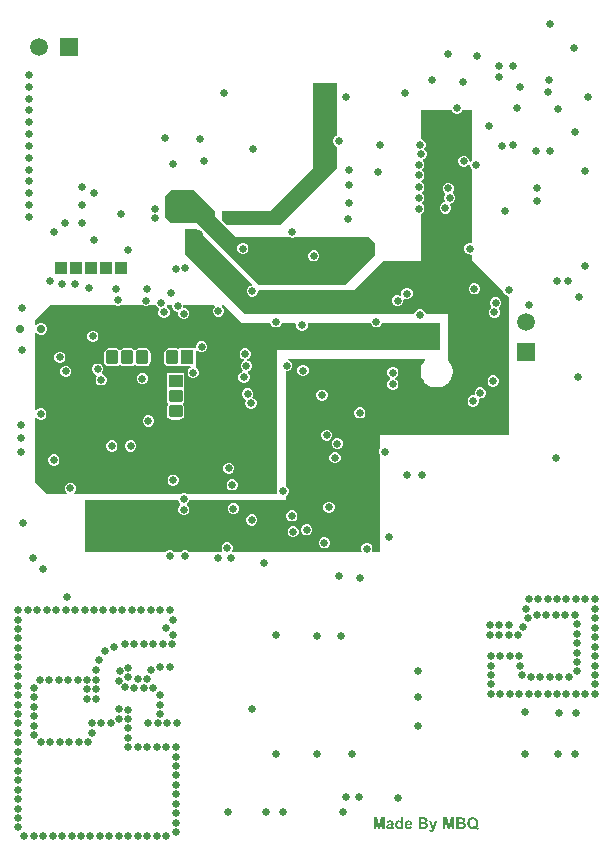
<source format=gbr>
%TF.GenerationSoftware,Altium Limited,Altium Designer,21.2.2 (38)*%
G04 Layer_Physical_Order=2*
G04 Layer_Color=36540*
%FSLAX45Y45*%
%MOMM*%
%TF.SameCoordinates,EE3A7C27-349B-46B6-A90B-2B7A9072729B*%
%TF.FilePolarity,Positive*%
%TF.FileFunction,Copper,L2,Inr,Signal*%
%TF.Part,Single*%
G01*
G75*
%TA.AperFunction,ComponentPad*%
%ADD70C,0.70000*%
G04:AMPARAMS|DCode=71|XSize=1.2mm|YSize=1.1mm|CornerRadius=0.275mm|HoleSize=0mm|Usage=FLASHONLY|Rotation=0.000|XOffset=0mm|YOffset=0mm|HoleType=Round|Shape=RoundedRectangle|*
%AMROUNDEDRECTD71*
21,1,1.20000,0.55000,0,0,0.0*
21,1,0.65000,1.10000,0,0,0.0*
1,1,0.55000,0.32500,-0.27500*
1,1,0.55000,-0.32500,-0.27500*
1,1,0.55000,-0.32500,0.27500*
1,1,0.55000,0.32500,0.27500*
%
%ADD71ROUNDEDRECTD71*%
%ADD72R,1.20000X1.10000*%
G04:AMPARAMS|DCode=73|XSize=1.2mm|YSize=1.1mm|CornerRadius=0.275mm|HoleSize=0mm|Usage=FLASHONLY|Rotation=270.000|XOffset=0mm|YOffset=0mm|HoleType=Round|Shape=RoundedRectangle|*
%AMROUNDEDRECTD73*
21,1,1.20000,0.55000,0,0,270.0*
21,1,0.65000,1.10000,0,0,270.0*
1,1,0.55000,-0.27500,-0.32500*
1,1,0.55000,-0.27500,0.32500*
1,1,0.55000,0.27500,0.32500*
1,1,0.55000,0.27500,-0.32500*
%
%ADD73ROUNDEDRECTD73*%
%ADD74R,1.10000X1.20000*%
%ADD75C,1.50000*%
%ADD76R,1.50000X1.50000*%
G04:AMPARAMS|DCode=77|XSize=1.1mm|YSize=1.1mm|CornerRadius=0.275mm|HoleSize=0mm|Usage=FLASHONLY|Rotation=90.000|XOffset=0mm|YOffset=0mm|HoleType=Round|Shape=RoundedRectangle|*
%AMROUNDEDRECTD77*
21,1,1.10000,0.55000,0,0,90.0*
21,1,0.55000,1.10000,0,0,90.0*
1,1,0.55000,0.27500,0.27500*
1,1,0.55000,0.27500,-0.27500*
1,1,0.55000,-0.27500,-0.27500*
1,1,0.55000,-0.27500,0.27500*
%
%ADD77ROUNDEDRECTD77*%
%ADD78R,1.10000X1.10000*%
%ADD79R,1.50000X1.50000*%
%TA.AperFunction,ViaPad*%
%ADD80C,0.65000*%
G36*
X3900000Y5777175D02*
X3890200Y5767375D01*
X3887734Y5767504D01*
X3877500Y5770564D01*
Y5779448D01*
X3870269Y5796907D01*
X3856907Y5810269D01*
X3839448Y5817500D01*
X3820552D01*
X3803093Y5810269D01*
X3789731Y5796907D01*
X3782500Y5779448D01*
Y5760552D01*
X3789731Y5743093D01*
X3803093Y5729731D01*
X3820552Y5722500D01*
X3839448D01*
X3856907Y5729731D01*
X3869800Y5742625D01*
X3872266Y5742496D01*
X3882500Y5739436D01*
Y5730552D01*
X3889731Y5713093D01*
X3900000Y5702825D01*
X3899999Y5084550D01*
X3889448Y5077500D01*
X3870552D01*
X3853093Y5070269D01*
X3839731Y5056907D01*
X3832500Y5039448D01*
Y5020552D01*
X3839731Y5003093D01*
X3853093Y4989731D01*
X3870552Y4982500D01*
X3887299D01*
X3892829Y4980241D01*
X3899999Y4975450D01*
Y4929999D01*
X3899999Y4929999D01*
X3908979Y4921019D01*
X4149999Y4680000D01*
X4164658Y4665341D01*
X4169731Y4653093D01*
X4183093Y4639731D01*
X4195341Y4634658D01*
X4210000Y4620000D01*
X4210000Y3450000D01*
X3120000D01*
Y3339676D01*
X3119731Y3339407D01*
X3112500Y3321948D01*
Y3303052D01*
X3119731Y3285593D01*
X3120000Y3285325D01*
Y2460000D01*
X3062734D01*
X3054248Y2472700D01*
X3057500Y2480552D01*
Y2499448D01*
X3050269Y2516907D01*
X3036907Y2530269D01*
X3019448Y2537500D01*
X3000552D01*
X2983093Y2530269D01*
X2969731Y2516907D01*
X2962500Y2499448D01*
Y2480552D01*
X2965752Y2472700D01*
X2957266Y2460000D01*
X1873769D01*
X1868641Y2472700D01*
X1875000Y2488052D01*
Y2506948D01*
X1867769Y2524407D01*
X1854407Y2537769D01*
X1836948Y2545000D01*
X1818052D01*
X1800593Y2537769D01*
X1787231Y2524407D01*
X1780000Y2506948D01*
Y2488052D01*
X1786359Y2472700D01*
X1781231Y2460000D01*
X1507176D01*
X1496907Y2470269D01*
X1479448Y2477500D01*
X1460552D01*
X1443093Y2470269D01*
X1432825Y2460000D01*
X1377176D01*
X1366907Y2470269D01*
X1349448Y2477500D01*
X1330552D01*
X1313093Y2470269D01*
X1302825Y2460000D01*
X625000D01*
Y2900000D01*
X1412728D01*
X1419731Y2883093D01*
X1430064Y2872760D01*
X1431946Y2865000D01*
X1430064Y2857240D01*
X1419731Y2846907D01*
X1412500Y2829448D01*
Y2810552D01*
X1419731Y2793093D01*
X1433093Y2779731D01*
X1450552Y2772500D01*
X1469448D01*
X1486907Y2779731D01*
X1500269Y2793093D01*
X1507500Y2810552D01*
Y2829448D01*
X1500269Y2846907D01*
X1489936Y2857240D01*
X1488054Y2865000D01*
X1489936Y2872760D01*
X1500269Y2883093D01*
X1507271Y2900000D01*
X2325000D01*
Y2938942D01*
X2326907Y2939731D01*
X2340269Y2953093D01*
X2347500Y2970552D01*
Y2989448D01*
X2340269Y3006907D01*
X2326907Y3020269D01*
X2325000Y3021058D01*
Y3992500D01*
X2339448D01*
X2356907Y3999731D01*
X2370269Y4013093D01*
X2377500Y4030552D01*
Y4049448D01*
X2370269Y4066907D01*
X2356907Y4080269D01*
X2339448Y4087500D01*
X2339932Y4100000D01*
X3500428D01*
X3505689Y4087300D01*
X3496533Y4078144D01*
X3495138Y4076057D01*
X3493363Y4074282D01*
X3481325Y4056266D01*
X3480365Y4053947D01*
X3478970Y4051859D01*
X3470678Y4031840D01*
X3470188Y4029378D01*
X3469227Y4027058D01*
X3465000Y4005806D01*
Y4003296D01*
X3464510Y4000834D01*
Y3979166D01*
X3465000Y3976704D01*
Y3974193D01*
X3469227Y3952941D01*
X3470188Y3950622D01*
X3470678Y3948159D01*
X3478970Y3928140D01*
X3480364Y3926054D01*
X3481325Y3923734D01*
X3493363Y3905718D01*
X3495138Y3903943D01*
X3496533Y3901855D01*
X3511855Y3886533D01*
X3513943Y3885138D01*
X3515718Y3883363D01*
X3533734Y3871325D01*
X3536053Y3870365D01*
X3538140Y3868970D01*
X3558159Y3860678D01*
X3560622Y3860188D01*
X3562941Y3859227D01*
X3584193Y3855000D01*
X3586704D01*
X3589166Y3854510D01*
X3610834D01*
X3613296Y3855000D01*
X3615806D01*
X3637058Y3859227D01*
X3639378Y3860188D01*
X3641840Y3860678D01*
X3661859Y3868970D01*
X3663946Y3870364D01*
X3666266Y3871325D01*
X3684282Y3883363D01*
X3686057Y3885138D01*
X3688145Y3886533D01*
X3703466Y3901855D01*
X3704861Y3903943D01*
X3706636Y3905718D01*
X3718674Y3923734D01*
X3719635Y3926053D01*
X3721030Y3928140D01*
X3729322Y3948159D01*
X3729812Y3950622D01*
X3730773Y3952941D01*
X3735000Y3974193D01*
Y3976704D01*
X3735490Y3979166D01*
Y4000834D01*
X3735000Y4003296D01*
Y4005807D01*
X3730773Y4027058D01*
X3729812Y4029378D01*
X3729322Y4031840D01*
X3721030Y4051859D01*
X3719635Y4053946D01*
X3718675Y4056266D01*
X3706636Y4074282D01*
X3704861Y4076057D01*
X3703466Y4078144D01*
X3694311Y4087300D01*
X3699571Y4100000D01*
X3700000D01*
Y4475000D01*
X3507500D01*
Y4479448D01*
X3500269Y4496907D01*
X3486907Y4510269D01*
X3469448Y4517500D01*
X3450552D01*
X3433093Y4510269D01*
X3419731Y4496907D01*
X3412500Y4479448D01*
Y4475000D01*
X1975000D01*
X1470000Y4979999D01*
Y5200000D01*
X1570000Y5199999D01*
X2039801Y4730200D01*
X2034541Y4717500D01*
X2030552D01*
X2013093Y4710269D01*
X1999731Y4696907D01*
X1992500Y4679448D01*
Y4660552D01*
X1999731Y4643093D01*
X2013093Y4629731D01*
X2030552Y4622500D01*
X2049448D01*
X2066907Y4629731D01*
X2080269Y4643093D01*
X2087500Y4660552D01*
Y4668337D01*
X2099971Y4680002D01*
X2905000Y4680000D01*
X3150000Y4925000D01*
X3470000D01*
Y5326870D01*
X3476907Y5329731D01*
X3490269Y5343093D01*
X3497500Y5360552D01*
Y5379448D01*
X3490269Y5396907D01*
X3479936Y5407240D01*
X3478054Y5415000D01*
X3479936Y5422760D01*
X3490269Y5433093D01*
X3497500Y5450552D01*
Y5469448D01*
X3490269Y5486907D01*
X3479936Y5497240D01*
X3478054Y5505000D01*
X3479936Y5512760D01*
X3490269Y5523093D01*
X3497500Y5540552D01*
Y5559448D01*
X3490269Y5576907D01*
X3476907Y5590269D01*
X3470000Y5593130D01*
Y5606870D01*
X3476907Y5609731D01*
X3490269Y5623093D01*
X3497500Y5640552D01*
Y5659448D01*
X3490269Y5676907D01*
X3479936Y5687240D01*
X3478054Y5695000D01*
X3479936Y5702760D01*
X3490269Y5713093D01*
X3497500Y5730552D01*
Y5749448D01*
X3490269Y5766907D01*
X3485794Y5771382D01*
X3488773Y5786363D01*
X3496907Y5789731D01*
X3510269Y5803093D01*
X3517500Y5820552D01*
Y5839448D01*
X3510269Y5856907D01*
X3496907Y5870268D01*
X3495337Y5878161D01*
X3500269Y5883093D01*
X3507500Y5900552D01*
Y5919448D01*
X3500269Y5936907D01*
X3486907Y5950269D01*
X3470000Y5957272D01*
Y6200000D01*
X3728335D01*
X3732231Y6190593D01*
X3745593Y6177231D01*
X3763052Y6170000D01*
X3781948D01*
X3799407Y6177231D01*
X3812769Y6190593D01*
X3816665Y6200000D01*
X3900000D01*
X3900000Y5777175D01*
D02*
G37*
G36*
X2760000Y5987271D02*
X2743093Y5980269D01*
X2729731Y5966907D01*
X2722500Y5949448D01*
Y5930552D01*
X2729731Y5913093D01*
X2743093Y5899731D01*
X2760000Y5892729D01*
Y5710000D01*
X2280000Y5230000D01*
X1822962D01*
X1780000Y5272962D01*
Y5350000D01*
X2190000D01*
X2550000Y5710000D01*
Y6430000D01*
X2760000D01*
Y5987271D01*
D02*
G37*
G36*
X1725000Y5350000D02*
X1725001Y5305001D01*
X1905000Y5125000D01*
X2364516D01*
X2370552Y5122500D01*
X2389448D01*
X2395484Y5125000D01*
X3025000D01*
X3075000Y5075000D01*
Y4975000D01*
X2825000Y4725000D01*
X2095000D01*
X1569999Y5249999D01*
X1350000Y5250000D01*
X1300000Y5300000D01*
Y5475000D01*
X1350000Y5525000D01*
X1550000D01*
X1725000Y5350000D01*
D02*
G37*
G36*
X1950000Y4400000D02*
X2192729D01*
X2199731Y4383093D01*
X2213093Y4369731D01*
X2230552Y4362500D01*
X2249448D01*
X2266907Y4369731D01*
X2280269Y4383093D01*
X2287272Y4400000D01*
X2405449D01*
X2412500Y4389448D01*
Y4370552D01*
X2419731Y4353093D01*
X2433093Y4339731D01*
X2450552Y4332500D01*
X2469448D01*
X2486907Y4339731D01*
X2500269Y4353093D01*
X2507500Y4370552D01*
Y4389448D01*
X2514551Y4400000D01*
X3042728D01*
X3049731Y4383093D01*
X3063093Y4369731D01*
X3080552Y4362500D01*
X3099448D01*
X3116907Y4369731D01*
X3130269Y4383093D01*
X3137271Y4400000D01*
X3625000D01*
Y4175000D01*
X2250000D01*
X2249999Y2949998D01*
X1487176Y2949999D01*
X1486907Y2950269D01*
X1469448Y2957500D01*
X1450552D01*
X1433093Y2950269D01*
X1432824Y2949999D01*
X534073Y2950000D01*
X529875Y2962700D01*
X540269Y2973093D01*
X547500Y2990552D01*
Y3009448D01*
X540269Y3026907D01*
X526907Y3040269D01*
X509448Y3047500D01*
X490552D01*
X473093Y3040269D01*
X459731Y3026907D01*
X452500Y3009448D01*
Y2990552D01*
X459731Y2973093D01*
X470125Y2962700D01*
X465927Y2950000D01*
X300000Y2950000D01*
X200000Y3050000D01*
Y3595926D01*
X212700Y3600125D01*
X223093Y3589731D01*
X240552Y3582500D01*
X259448D01*
X276907Y3589731D01*
X290269Y3603093D01*
X297500Y3620552D01*
Y3639448D01*
X290269Y3656907D01*
X276907Y3670269D01*
X259448Y3677500D01*
X240552D01*
X223093Y3670269D01*
X212700Y3659876D01*
X200000Y3664074D01*
Y4312816D01*
X212700Y4317675D01*
X223611Y4306764D01*
X242356Y4299000D01*
X262645D01*
X281389Y4306764D01*
X295736Y4321111D01*
X303500Y4339855D01*
Y4360144D01*
X295736Y4378889D01*
X281389Y4393236D01*
X262645Y4401000D01*
X242356D01*
X223611Y4393236D01*
X212700Y4382325D01*
X200000Y4387184D01*
Y4425000D01*
X325000Y4550000D01*
X887016D01*
X893052Y4547500D01*
X911948D01*
X917984Y4550000D01*
X1115324D01*
X1115593Y4549731D01*
X1133052Y4542500D01*
X1151948D01*
X1169407Y4549731D01*
X1169675Y4550000D01*
X1226485D01*
X1229073Y4543752D01*
X1242435Y4530390D01*
X1247162Y4528431D01*
X1250703Y4513218D01*
X1245000Y4499448D01*
Y4480552D01*
X1252231Y4463093D01*
X1265593Y4449731D01*
X1283052Y4442500D01*
X1301948D01*
X1319407Y4449731D01*
X1332768Y4463093D01*
X1340000Y4480552D01*
Y4499448D01*
X1332768Y4516907D01*
X1319407Y4530268D01*
X1316080Y4545213D01*
X1319547Y4550000D01*
X1361090D01*
Y4533052D01*
X1368322Y4515593D01*
X1381684Y4502231D01*
X1399142Y4495000D01*
X1408571D01*
X1411841Y4490106D01*
Y4471210D01*
X1419073Y4453752D01*
X1432435Y4440390D01*
X1449893Y4433158D01*
X1468790D01*
X1486248Y4440390D01*
X1499610Y4453752D01*
X1506841Y4471210D01*
Y4490107D01*
X1499610Y4507565D01*
X1486248Y4520927D01*
X1468790Y4528158D01*
X1459360D01*
X1456091Y4533052D01*
Y4550000D01*
X1718427D01*
X1722625Y4537300D01*
X1712232Y4526907D01*
X1705000Y4509448D01*
Y4490552D01*
X1712232Y4473093D01*
X1725593Y4459731D01*
X1743052Y4452500D01*
X1761948D01*
X1779407Y4459731D01*
X1792769Y4473093D01*
X1800000Y4490552D01*
Y4509448D01*
X1792769Y4526907D01*
X1782375Y4537300D01*
X1786574Y4550000D01*
X1800000D01*
X1950000Y4400000D01*
D02*
G37*
G36*
X3317580Y118292D02*
X3300521D01*
Y128416D01*
X3300383Y128138D01*
X3299828Y127445D01*
X3298857Y126335D01*
X3297609Y125087D01*
X3296222Y123700D01*
X3294419Y122175D01*
X3292478Y120788D01*
X3290398Y119540D01*
X3290120Y119401D01*
X3289427Y119124D01*
X3288179Y118708D01*
X3286792Y118153D01*
X3284989Y117598D01*
X3282909Y117182D01*
X3280828Y116905D01*
X3278609Y116766D01*
X3277500D01*
X3276668Y116905D01*
X3275558Y117043D01*
X3274449Y117321D01*
X3273062Y117598D01*
X3271537Y118014D01*
X3270011Y118430D01*
X3268347Y119124D01*
X3266683Y119817D01*
X3264880Y120788D01*
X3263215Y121897D01*
X3261413Y123146D01*
X3259748Y124671D01*
X3258084Y126335D01*
X3257945Y126474D01*
X3257668Y126751D01*
X3257252Y127306D01*
X3256836Y128138D01*
X3256143Y129109D01*
X3255449Y130357D01*
X3254617Y131744D01*
X3253924Y133408D01*
X3253092Y135211D01*
X3252259Y137153D01*
X3251566Y139372D01*
X3251011Y141729D01*
X3250457Y144364D01*
X3250040Y147138D01*
X3249763Y150050D01*
X3249624Y153240D01*
Y153379D01*
Y154072D01*
Y154904D01*
X3249763Y156152D01*
X3249902Y157678D01*
X3250040Y159342D01*
X3250318Y161284D01*
X3250595Y163225D01*
X3251566Y167663D01*
X3252259Y169882D01*
X3253092Y172101D01*
X3254062Y174320D01*
X3255172Y176400D01*
X3256420Y178342D01*
X3257807Y180145D01*
X3257945Y180283D01*
X3258223Y180561D01*
X3258639Y180977D01*
X3259332Y181670D01*
X3260164Y182364D01*
X3261135Y183057D01*
X3262245Y183889D01*
X3263632Y184860D01*
X3265018Y185692D01*
X3266683Y186524D01*
X3270150Y188050D01*
X3272230Y188604D01*
X3274310Y189020D01*
X3276529Y189298D01*
X3278887Y189437D01*
X3279996D01*
X3280828Y189298D01*
X3281799Y189159D01*
X3283047Y188882D01*
X3284295Y188604D01*
X3285821Y188188D01*
X3287346Y187772D01*
X3289011Y187079D01*
X3290675Y186247D01*
X3292339Y185415D01*
X3294142Y184167D01*
X3295806Y182918D01*
X3297470Y181393D01*
X3299135Y179729D01*
Y214261D01*
X3317580D01*
Y118292D01*
D02*
G37*
G36*
X3748609D02*
X3730719D01*
X3730581Y193736D01*
X3711720Y118292D01*
X3692997D01*
X3674136Y193736D01*
Y118292D01*
X3656246D01*
Y214261D01*
X3685231D01*
X3702428Y148663D01*
X3719486Y214261D01*
X3748609D01*
Y118292D01*
D02*
G37*
G36*
X3159619D02*
X3141728D01*
X3141590Y193736D01*
X3122729Y118292D01*
X3104006D01*
X3085145Y193736D01*
Y118292D01*
X3067255D01*
Y214261D01*
X3096240D01*
X3113437Y148663D01*
X3130495Y214261D01*
X3159619D01*
Y118292D01*
D02*
G37*
G36*
X3582605Y120788D02*
X3578167Y108861D01*
X3578028Y108584D01*
X3577751Y107890D01*
X3577196Y106781D01*
X3576641Y105394D01*
X3575948Y103868D01*
X3575116Y102343D01*
X3574284Y100956D01*
X3573452Y99569D01*
X3573313Y99431D01*
X3573036Y99015D01*
X3572619Y98460D01*
X3572065Y97628D01*
X3570539Y95963D01*
X3568459Y94299D01*
X3568320Y94161D01*
X3567904Y94022D01*
X3567349Y93606D01*
X3566517Y93190D01*
X3565547Y92774D01*
X3564437Y92219D01*
X3563050Y91664D01*
X3561525Y91248D01*
X3561386D01*
X3560831Y91110D01*
X3559999Y90832D01*
X3558751Y90693D01*
X3557364Y90416D01*
X3555839Y90139D01*
X3554036Y90000D01*
X3551262D01*
X3550153Y90139D01*
X3548905D01*
X3547240Y90277D01*
X3545576Y90555D01*
X3541832Y91248D01*
X3540167Y105671D01*
X3540306D01*
X3540861Y105533D01*
X3541693Y105394D01*
X3542802Y105255D01*
X3543912Y104978D01*
X3545299Y104839D01*
X3547934Y104701D01*
X3549043D01*
X3550153Y104978D01*
X3551540Y105255D01*
X3553065Y105671D01*
X3554591Y106365D01*
X3556116Y107336D01*
X3557364Y108584D01*
X3557503Y108722D01*
X3557919Y109277D01*
X3558474Y110109D01*
X3559167Y111219D01*
X3559861Y112606D01*
X3560693Y114270D01*
X3561386Y116073D01*
X3562079Y118153D01*
X3535730Y187911D01*
X3555284D01*
X3571787Y138401D01*
X3588152Y187911D01*
X3607152D01*
X3582605Y120788D01*
D02*
G37*
G36*
X3812959Y214123D02*
X3815733Y213984D01*
X3818506Y213845D01*
X3821141Y213568D01*
X3823499Y213290D01*
X3823776D01*
X3824470Y213152D01*
X3825440Y212874D01*
X3826827Y212458D01*
X3828353Y211904D01*
X3830017Y211210D01*
X3831820Y210378D01*
X3833484Y209269D01*
X3833623Y209130D01*
X3834177Y208714D01*
X3835010Y208020D01*
X3836119Y207188D01*
X3837229Y205940D01*
X3838477Y204553D01*
X3839725Y203028D01*
X3840834Y201225D01*
X3840973Y200948D01*
X3841250Y200393D01*
X3841805Y199283D01*
X3842360Y197896D01*
X3842915Y196232D01*
X3843469Y194429D01*
X3843747Y192210D01*
X3843885Y189991D01*
Y189853D01*
Y189714D01*
Y188882D01*
X3843747Y187634D01*
X3843469Y185970D01*
X3842915Y184028D01*
X3842360Y181948D01*
X3841389Y179868D01*
X3840141Y177649D01*
X3840002Y177371D01*
X3839447Y176678D01*
X3838615Y175707D01*
X3837645Y174459D01*
X3836258Y173211D01*
X3834594Y171685D01*
X3832652Y170437D01*
X3830433Y169189D01*
X3830572D01*
X3830849Y169050D01*
X3831265Y168912D01*
X3831820Y168773D01*
X3833484Y168079D01*
X3835426Y167109D01*
X3837506Y165999D01*
X3839864Y164474D01*
X3841944Y162671D01*
X3843885Y160452D01*
X3844024Y160174D01*
X3844579Y159342D01*
X3845411Y158094D01*
X3846243Y156430D01*
X3847075Y154211D01*
X3847907Y151853D01*
X3848462Y149080D01*
X3848601Y146029D01*
Y145890D01*
Y145751D01*
Y144919D01*
X3848462Y143671D01*
X3848185Y142007D01*
X3847907Y140065D01*
X3847352Y137846D01*
X3846520Y135627D01*
X3845550Y133270D01*
X3845411Y132992D01*
X3844995Y132299D01*
X3844301Y131189D01*
X3843331Y129803D01*
X3842221Y128138D01*
X3840696Y126613D01*
X3839170Y124949D01*
X3837229Y123423D01*
X3836951Y123284D01*
X3836258Y122868D01*
X3835148Y122175D01*
X3833623Y121482D01*
X3831681Y120649D01*
X3829462Y119956D01*
X3826966Y119263D01*
X3824192Y118847D01*
X3823638D01*
X3823083Y118708D01*
X3821696D01*
X3820725Y118569D01*
X3818090D01*
X3816426Y118431D01*
X3812265D01*
X3809908Y118292D01*
X3768303Y118292D01*
Y214261D01*
X3810463Y214261D01*
X3812959Y214123D01*
D02*
G37*
G36*
X3492460Y214122D02*
X3495234Y213984D01*
X3498007Y213845D01*
X3500642Y213568D01*
X3503000Y213290D01*
X3503277D01*
X3503971Y213151D01*
X3504942Y212874D01*
X3506329Y212458D01*
X3507854Y211903D01*
X3509518Y211210D01*
X3511321Y210378D01*
X3512985Y209268D01*
X3513124Y209130D01*
X3513679Y208714D01*
X3514511Y208020D01*
X3515620Y207188D01*
X3516730Y205940D01*
X3517978Y204553D01*
X3519226Y203028D01*
X3520336Y201225D01*
X3520474Y200947D01*
X3520752Y200393D01*
X3521306Y199283D01*
X3521861Y197896D01*
X3522416Y196232D01*
X3522971Y194429D01*
X3523248Y192210D01*
X3523387Y189991D01*
Y189853D01*
Y189714D01*
Y188882D01*
X3523248Y187634D01*
X3522971Y185969D01*
X3522416Y184028D01*
X3521861Y181948D01*
X3520890Y179867D01*
X3519642Y177648D01*
X3519504Y177371D01*
X3518949Y176678D01*
X3518117Y175707D01*
X3517146Y174459D01*
X3515759Y173210D01*
X3514095Y171685D01*
X3512153Y170437D01*
X3509934Y169189D01*
X3510073D01*
X3510350Y169050D01*
X3510766Y168911D01*
X3511321Y168773D01*
X3512985Y168079D01*
X3514927Y167108D01*
X3517007Y165999D01*
X3519365Y164473D01*
X3521445Y162670D01*
X3523387Y160452D01*
X3523525Y160174D01*
X3524080Y159342D01*
X3524912Y158094D01*
X3525744Y156430D01*
X3526576Y154211D01*
X3527408Y151853D01*
X3527963Y149079D01*
X3528102Y146028D01*
Y145890D01*
Y145751D01*
Y144919D01*
X3527963Y143671D01*
X3527686Y142007D01*
X3527408Y140065D01*
X3526854Y137846D01*
X3526022Y135627D01*
X3525051Y133269D01*
X3524912Y132992D01*
X3524496Y132299D01*
X3523803Y131189D01*
X3522832Y129802D01*
X3521722Y128138D01*
X3520197Y126613D01*
X3518671Y124948D01*
X3516730Y123423D01*
X3516452Y123284D01*
X3515759Y122868D01*
X3514650Y122175D01*
X3513124Y121481D01*
X3511182Y120649D01*
X3508964Y119956D01*
X3506467Y119262D01*
X3503694Y118846D01*
X3503139D01*
X3502584Y118708D01*
X3501197D01*
X3500226Y118569D01*
X3497591D01*
X3495927Y118430D01*
X3491767D01*
X3489409Y118292D01*
X3447804D01*
Y214261D01*
X3489964D01*
X3492460Y214122D01*
D02*
G37*
G36*
X3209267Y189298D02*
X3210377D01*
X3213151Y189020D01*
X3216063Y188743D01*
X3219114Y188188D01*
X3222026Y187356D01*
X3223274Y186940D01*
X3224523Y186385D01*
X3224661D01*
X3224800Y186247D01*
X3225493Y185831D01*
X3226603Y185276D01*
X3227851Y184444D01*
X3229377Y183334D01*
X3230763Y182086D01*
X3232012Y180561D01*
X3233121Y179035D01*
X3233260Y178758D01*
X3233537Y178203D01*
X3233953Y176955D01*
X3234092Y176262D01*
X3234369Y175291D01*
X3234647Y174320D01*
X3234785Y173072D01*
X3235063Y171685D01*
X3235201Y170159D01*
X3235340Y168495D01*
X3235479Y166692D01*
X3235617Y164751D01*
Y162532D01*
X3235340Y141036D01*
Y140897D01*
Y140620D01*
Y140204D01*
Y139510D01*
Y137846D01*
X3235479Y135904D01*
Y133686D01*
X3235756Y131467D01*
X3235895Y129248D01*
X3236172Y127445D01*
Y127306D01*
X3236311Y126751D01*
X3236588Y125781D01*
X3236866Y124671D01*
X3237420Y123284D01*
X3237975Y121759D01*
X3238668Y120095D01*
X3239501Y118292D01*
X3221333D01*
Y118430D01*
X3221194Y118569D01*
X3221056Y119124D01*
X3220778Y119678D01*
X3220501Y120372D01*
X3220223Y121343D01*
X3219946Y122452D01*
X3219530Y123700D01*
Y123839D01*
X3219391Y123978D01*
X3219253Y124532D01*
X3218975Y125226D01*
X3218837Y125781D01*
X3218559Y125642D01*
X3218004Y125087D01*
X3217034Y124255D01*
X3215786Y123284D01*
X3214260Y122175D01*
X3212596Y120927D01*
X3210654Y119956D01*
X3208713Y118985D01*
X3208435Y118846D01*
X3207742Y118708D01*
X3206632Y118292D01*
X3205246Y117876D01*
X3203581Y117460D01*
X3201640Y117182D01*
X3199421Y116905D01*
X3197202Y116766D01*
X3196231D01*
X3195399Y116905D01*
X3194567D01*
X3193457Y117043D01*
X3191100Y117460D01*
X3188326Y118153D01*
X3185552Y119124D01*
X3182779Y120511D01*
X3180282Y122452D01*
Y122591D01*
X3180005Y122729D01*
X3179312Y123562D01*
X3178341Y124810D01*
X3177231Y126474D01*
X3176122Y128554D01*
X3175151Y131051D01*
X3174458Y133963D01*
X3174319Y135488D01*
X3174180Y137153D01*
Y137430D01*
Y138123D01*
X3174319Y139233D01*
X3174596Y140620D01*
X3174874Y142284D01*
X3175290Y143948D01*
X3175983Y145751D01*
X3176954Y147554D01*
X3177093Y147831D01*
X3177509Y148386D01*
X3178063Y149218D01*
X3179034Y150189D01*
X3180005Y151298D01*
X3181392Y152547D01*
X3182917Y153656D01*
X3184720Y154627D01*
X3184998Y154766D01*
X3185691Y155043D01*
X3186801Y155459D01*
X3188465Y156152D01*
X3190545Y156846D01*
X3193041Y157539D01*
X3196092Y158233D01*
X3199421Y158926D01*
X3199560D01*
X3199976Y159065D01*
X3200669Y159203D01*
X3201501Y159342D01*
X3202611Y159481D01*
X3203859Y159758D01*
X3206632Y160452D01*
X3209545Y161145D01*
X3212596Y161838D01*
X3215231Y162670D01*
X3216479Y163087D01*
X3217450Y163503D01*
Y165305D01*
Y165583D01*
Y166138D01*
X3217311Y167108D01*
X3217172Y168357D01*
X3216756Y169605D01*
X3216340Y170853D01*
X3215647Y171962D01*
X3214676Y172933D01*
X3214537Y173072D01*
X3214121Y173349D01*
X3213428Y173627D01*
X3212457Y174181D01*
X3211070Y174597D01*
X3209406Y174875D01*
X3207326Y175152D01*
X3204830Y175291D01*
X3203997D01*
X3203165Y175152D01*
X3202056Y175013D01*
X3200808Y174736D01*
X3199421Y174459D01*
X3198173Y173904D01*
X3197063Y173210D01*
X3196925Y173072D01*
X3196647Y172794D01*
X3196092Y172378D01*
X3195538Y171685D01*
X3194706Y170714D01*
X3194012Y169466D01*
X3193319Y168079D01*
X3192625Y166415D01*
X3176122Y169466D01*
Y169605D01*
X3176261Y169882D01*
X3176399Y170437D01*
X3176677Y171130D01*
X3176954Y171962D01*
X3177370Y172933D01*
X3178341Y175152D01*
X3179728Y177510D01*
X3181392Y180006D01*
X3183333Y182364D01*
X3185691Y184444D01*
X3185830D01*
X3185968Y184721D01*
X3186385Y184860D01*
X3186939Y185276D01*
X3187771Y185553D01*
X3188603Y185969D01*
X3189713Y186524D01*
X3190822Y186940D01*
X3192209Y187356D01*
X3193735Y187911D01*
X3195399Y188327D01*
X3197341Y188604D01*
X3199282Y189020D01*
X3201501Y189159D01*
X3203720Y189437D01*
X3208297D01*
X3209267Y189298D01*
D02*
G37*
G36*
X3364732D02*
X3365980Y189159D01*
X3367506Y188882D01*
X3369170Y188604D01*
X3370973Y188188D01*
X3372915Y187634D01*
X3374856Y186940D01*
X3376936Y186108D01*
X3379017Y184999D01*
X3380958Y183889D01*
X3382900Y182502D01*
X3384841Y180838D01*
X3386506Y179035D01*
X3386644Y178897D01*
X3386922Y178619D01*
X3387338Y177926D01*
X3387892Y177094D01*
X3388586Y175984D01*
X3389279Y174736D01*
X3390111Y173072D01*
X3390943Y171269D01*
X3391776Y169189D01*
X3392608Y166831D01*
X3393301Y164335D01*
X3393994Y161422D01*
X3394549Y158371D01*
X3394965Y155043D01*
X3395243Y151576D01*
Y147693D01*
X3349200D01*
Y147554D01*
Y147277D01*
Y146861D01*
X3349338Y146306D01*
X3349477Y144919D01*
X3349754Y142977D01*
X3350309Y141036D01*
X3351141Y138817D01*
X3352112Y136737D01*
X3353499Y134934D01*
X3353637Y134795D01*
X3354331Y134240D01*
X3355163Y133547D01*
X3356411Y132715D01*
X3357937Y131883D01*
X3359878Y131189D01*
X3361958Y130634D01*
X3364177Y130496D01*
X3364871D01*
X3365703Y130634D01*
X3366674Y130773D01*
X3367783Y131051D01*
X3369031Y131467D01*
X3370280Y132021D01*
X3371389Y132853D01*
X3371528Y132992D01*
X3371944Y133269D01*
X3372498Y133824D01*
X3373053Y134656D01*
X3373885Y135766D01*
X3374579Y137014D01*
X3375272Y138678D01*
X3375966Y140481D01*
X3394272Y137430D01*
Y137291D01*
X3394133Y137014D01*
X3393856Y136459D01*
X3393578Y135766D01*
X3393162Y134934D01*
X3392746Y133963D01*
X3391498Y131744D01*
X3389973Y129248D01*
X3388031Y126613D01*
X3385673Y124255D01*
X3383038Y122036D01*
X3382900D01*
X3382761Y121759D01*
X3382206Y121620D01*
X3381652Y121204D01*
X3380958Y120788D01*
X3379987Y120372D01*
X3379017Y119956D01*
X3377768Y119401D01*
X3374995Y118430D01*
X3371805Y117598D01*
X3368061Y117043D01*
X3364039Y116766D01*
X3363207D01*
X3362375Y116905D01*
X3361126D01*
X3359601Y117182D01*
X3357798Y117460D01*
X3355856Y117737D01*
X3353915Y118292D01*
X3351696Y118846D01*
X3349477Y119678D01*
X3347258Y120649D01*
X3345039Y121759D01*
X3342820Y123146D01*
X3340740Y124671D01*
X3338937Y126474D01*
X3337134Y128554D01*
X3336995Y128693D01*
X3336857Y128970D01*
X3336579Y129525D01*
X3336025Y130218D01*
X3335609Y131189D01*
X3335054Y132299D01*
X3334360Y133547D01*
X3333806Y135072D01*
X3333112Y136737D01*
X3332557Y138539D01*
X3331864Y140481D01*
X3331448Y142700D01*
X3331032Y144919D01*
X3330616Y147277D01*
X3330477Y149912D01*
X3330339Y152547D01*
Y152685D01*
Y153240D01*
Y154211D01*
X3330477Y155459D01*
X3330616Y156846D01*
X3330755Y158510D01*
X3331032Y160313D01*
X3331448Y162393D01*
X3332557Y166692D01*
X3333251Y168911D01*
X3334083Y171269D01*
X3335192Y173488D01*
X3336441Y175568D01*
X3337827Y177648D01*
X3339353Y179590D01*
X3339492Y179729D01*
X3339769Y180006D01*
X3340324Y180561D01*
X3341017Y181115D01*
X3341849Y181809D01*
X3342959Y182641D01*
X3344207Y183612D01*
X3345594Y184583D01*
X3347119Y185415D01*
X3348922Y186385D01*
X3350725Y187218D01*
X3352805Y187911D01*
X3354886Y188466D01*
X3357243Y189020D01*
X3359601Y189298D01*
X3362097Y189437D01*
X3363623D01*
X3364732Y189298D01*
D02*
G37*
G36*
X3909760Y215925D02*
X3911286D01*
X3912950Y215648D01*
X3915169Y215371D01*
X3917388Y214955D01*
X3919884Y214400D01*
X3922519Y213706D01*
X3925293Y212874D01*
X3928205Y211765D01*
X3930979Y210517D01*
X3933753Y208991D01*
X3936526Y207188D01*
X3939023Y205247D01*
X3941519Y202889D01*
X3941658Y202750D01*
X3942074Y202334D01*
X3942628Y201502D01*
X3943460Y200531D01*
X3944431Y199145D01*
X3945541Y197480D01*
X3946650Y195678D01*
X3947898Y193459D01*
X3949008Y190962D01*
X3950117Y188189D01*
X3951227Y185276D01*
X3952198Y181948D01*
X3953030Y178481D01*
X3953584Y174598D01*
X3954000Y170576D01*
X3954139Y166277D01*
Y166138D01*
Y165722D01*
Y165028D01*
Y164196D01*
X3954000Y163087D01*
Y161839D01*
X3953862Y160452D01*
X3953723Y158926D01*
X3953307Y155459D01*
X3952614Y151715D01*
X3951782Y147970D01*
X3950533Y144364D01*
Y144226D01*
X3950395Y144087D01*
X3950256Y143671D01*
X3949979Y143116D01*
X3949424Y141729D01*
X3948453Y139927D01*
X3947344Y137846D01*
X3945957Y135350D01*
X3944154Y132854D01*
X3942212Y130357D01*
X3942351D01*
X3942490Y130080D01*
X3942906Y129803D01*
X3943460Y129525D01*
X3944847Y128554D01*
X3946789Y127445D01*
X3949147Y126197D01*
X3951782Y124810D01*
X3954694Y123562D01*
X3957745Y122314D01*
X3950533Y108445D01*
X3950395D01*
X3949840Y108723D01*
X3948869Y109000D01*
X3947760Y109416D01*
X3946512Y109971D01*
X3944986Y110664D01*
X3941935Y112190D01*
X3941658Y112328D01*
X3941103Y112745D01*
X3940548Y113022D01*
X3939993Y113438D01*
X3939300Y113854D01*
X3938468Y114409D01*
X3937358Y115102D01*
X3936110Y115934D01*
X3934723Y116766D01*
X3933059Y117876D01*
X3931118Y119124D01*
X3929037Y120511D01*
X3928899D01*
X3928621Y120372D01*
X3928067Y120095D01*
X3927373Y119956D01*
X3926541Y119540D01*
X3925432Y119263D01*
X3924322Y118847D01*
X3922935Y118569D01*
X3919884Y117737D01*
X3916278Y117182D01*
X3912395Y116628D01*
X3908235Y116489D01*
X3907264D01*
X3906154Y116628D01*
X3904629Y116766D01*
X3902687Y116905D01*
X3900607Y117182D01*
X3898111Y117598D01*
X3895615Y118153D01*
X3892841Y118847D01*
X3890067Y119679D01*
X3887155Y120788D01*
X3884242Y122036D01*
X3881469Y123423D01*
X3878695Y125226D01*
X3876060Y127168D01*
X3873564Y129525D01*
X3873425Y129664D01*
X3873009Y130080D01*
X3872454Y130912D01*
X3871622Y131883D01*
X3870651Y133270D01*
X3869681Y134934D01*
X3868432Y136876D01*
X3867323Y138956D01*
X3866214Y141452D01*
X3865104Y144226D01*
X3863995Y147277D01*
X3863024Y150467D01*
X3862192Y154072D01*
X3861637Y157955D01*
X3861221Y161977D01*
X3861082Y166277D01*
Y166554D01*
Y167386D01*
X3861221Y168495D01*
Y170160D01*
X3861498Y172101D01*
X3861776Y174459D01*
X3862192Y176955D01*
X3862608Y179729D01*
X3863301Y182641D01*
X3864133Y185554D01*
X3865104Y188605D01*
X3866352Y191656D01*
X3867739Y194707D01*
X3869403Y197619D01*
X3871345Y200393D01*
X3873564Y202889D01*
X3873702Y203028D01*
X3874118Y203444D01*
X3874812Y204137D01*
X3875921Y204969D01*
X3877170Y205940D01*
X3878695Y207050D01*
X3880498Y208298D01*
X3882578Y209546D01*
X3884936Y210655D01*
X3887432Y211904D01*
X3890206Y213013D01*
X3893257Y213984D01*
X3896585Y214816D01*
X3900052Y215509D01*
X3903797Y215925D01*
X3907680Y216064D01*
X3908651D01*
X3909760Y215925D01*
D02*
G37*
%LPC*%
G36*
X3709448Y5587500D02*
X3690552D01*
X3673093Y5580269D01*
X3659731Y5566907D01*
X3652500Y5549448D01*
Y5530552D01*
X3659731Y5513093D01*
X3673093Y5499732D01*
X3674663Y5491839D01*
X3669731Y5486907D01*
X3662500Y5469448D01*
Y5450552D01*
X3668859Y5435200D01*
X3667067Y5428320D01*
X3663297Y5421566D01*
X3648093Y5415269D01*
X3634731Y5401907D01*
X3627500Y5384448D01*
Y5365552D01*
X3634731Y5348093D01*
X3648093Y5334731D01*
X3665552Y5327500D01*
X3684448D01*
X3701907Y5334731D01*
X3715269Y5348093D01*
X3722500Y5365552D01*
Y5384448D01*
X3716141Y5399800D01*
X3717933Y5406680D01*
X3721702Y5413434D01*
X3736907Y5419731D01*
X3750269Y5433093D01*
X3757500Y5450552D01*
Y5469448D01*
X3750269Y5486907D01*
X3736907Y5500268D01*
X3735337Y5508161D01*
X3740269Y5513093D01*
X3747500Y5530552D01*
Y5549448D01*
X3740269Y5566907D01*
X3726907Y5580269D01*
X3709448Y5587500D01*
D02*
G37*
G36*
X3929448Y4737500D02*
X3910552D01*
X3893093Y4730269D01*
X3879731Y4716907D01*
X3872500Y4699448D01*
Y4680552D01*
X3879731Y4663093D01*
X3893093Y4649731D01*
X3910552Y4642500D01*
X3929448D01*
X3946907Y4649731D01*
X3960269Y4663093D01*
X3967500Y4680552D01*
Y4699448D01*
X3960269Y4716907D01*
X3946907Y4730269D01*
X3929448Y4737500D01*
D02*
G37*
G36*
X3359448Y4697500D02*
X3340552D01*
X3323093Y4690269D01*
X3309731Y4676907D01*
X3302500Y4659448D01*
Y4641269D01*
X3299639Y4638235D01*
X3292206Y4632216D01*
X3279448Y4637500D01*
X3260552D01*
X3243093Y4630269D01*
X3229731Y4616907D01*
X3222500Y4599448D01*
Y4580552D01*
X3229731Y4563093D01*
X3243093Y4549731D01*
X3260552Y4542500D01*
X3279448D01*
X3296907Y4549731D01*
X3310269Y4563093D01*
X3317500Y4580552D01*
Y4598731D01*
X3320361Y4601765D01*
X3327794Y4607785D01*
X3340552Y4602500D01*
X3359448D01*
X3376907Y4609731D01*
X3390269Y4623093D01*
X3397500Y4640552D01*
Y4659448D01*
X3390269Y4676907D01*
X3376907Y4690269D01*
X3359448Y4697500D01*
D02*
G37*
G36*
X4109448Y4617500D02*
X4090552D01*
X4073093Y4610269D01*
X4059731Y4596907D01*
X4052500Y4579448D01*
Y4560552D01*
X4059731Y4543093D01*
X4064663Y4538161D01*
X4063093Y4530268D01*
X4049731Y4516907D01*
X4042500Y4499448D01*
Y4480552D01*
X4049731Y4463093D01*
X4063093Y4449731D01*
X4080552Y4442500D01*
X4099448D01*
X4116907Y4449731D01*
X4130269Y4463093D01*
X4137500Y4480552D01*
Y4499448D01*
X4130269Y4516907D01*
X4125337Y4521839D01*
X4126907Y4529732D01*
X4140269Y4543093D01*
X4147500Y4560552D01*
Y4579448D01*
X4140269Y4596907D01*
X4126907Y4610269D01*
X4109448Y4617500D01*
D02*
G37*
G36*
X2479448Y4045000D02*
X2460552D01*
X2443093Y4037769D01*
X2429731Y4024407D01*
X2422500Y4006948D01*
Y3988052D01*
X2429731Y3970593D01*
X2443093Y3957231D01*
X2460552Y3950000D01*
X2479448D01*
X2496907Y3957231D01*
X2510269Y3970593D01*
X2517500Y3988052D01*
Y4006948D01*
X2510269Y4024407D01*
X2496907Y4037769D01*
X2479448Y4045000D01*
D02*
G37*
G36*
X4089448Y3957500D02*
X4070552D01*
X4053093Y3950269D01*
X4039731Y3936907D01*
X4032500Y3919448D01*
Y3900552D01*
X4039731Y3883093D01*
X4053093Y3869731D01*
X4070552Y3862500D01*
X4089448D01*
X4106907Y3869731D01*
X4120269Y3883093D01*
X4127500Y3900552D01*
Y3919448D01*
X4120269Y3936907D01*
X4106907Y3950269D01*
X4089448Y3957500D01*
D02*
G37*
G36*
X3239448Y4027500D02*
X3220552D01*
X3203093Y4020269D01*
X3189731Y4006907D01*
X3182500Y3989448D01*
Y3970552D01*
X3189731Y3953093D01*
X3203093Y3939731D01*
X3209993Y3936873D01*
Y3923127D01*
X3203093Y3920269D01*
X3189731Y3906907D01*
X3182500Y3889448D01*
Y3870552D01*
X3189731Y3853093D01*
X3203093Y3839731D01*
X3220552Y3832500D01*
X3239448D01*
X3256907Y3839731D01*
X3270269Y3853093D01*
X3277500Y3870552D01*
Y3889448D01*
X3270269Y3906907D01*
X3256907Y3920269D01*
X3250007Y3923127D01*
Y3936873D01*
X3256907Y3939731D01*
X3270269Y3953093D01*
X3277500Y3970552D01*
Y3989448D01*
X3270269Y4006907D01*
X3256907Y4020269D01*
X3239448Y4027500D01*
D02*
G37*
G36*
X2639448Y3837500D02*
X2620552D01*
X2603093Y3830269D01*
X2589731Y3816907D01*
X2582500Y3799448D01*
Y3780552D01*
X2589731Y3763093D01*
X2603093Y3749731D01*
X2620552Y3742500D01*
X2639448D01*
X2656907Y3749731D01*
X2670269Y3763093D01*
X2677500Y3780552D01*
Y3799448D01*
X2670269Y3816907D01*
X2656907Y3830269D01*
X2639448Y3837500D01*
D02*
G37*
G36*
X3979448Y3857500D02*
X3960552D01*
X3943093Y3850269D01*
X3929731Y3836907D01*
X3922500Y3819448D01*
Y3800552D01*
X3923308Y3798601D01*
X3914160Y3787500D01*
X3900552D01*
X3883093Y3780269D01*
X3869731Y3766907D01*
X3862500Y3749448D01*
Y3730552D01*
X3869731Y3713093D01*
X3883093Y3699731D01*
X3900552Y3692500D01*
X3919448D01*
X3936907Y3699731D01*
X3950269Y3713093D01*
X3957500Y3730552D01*
Y3749448D01*
X3956692Y3751398D01*
X3965840Y3762500D01*
X3979448D01*
X3996907Y3769731D01*
X4010269Y3783093D01*
X4017500Y3800552D01*
Y3819448D01*
X4010269Y3836907D01*
X3996907Y3850269D01*
X3979448Y3857500D01*
D02*
G37*
G36*
X2959448Y3687500D02*
X2940552D01*
X2923093Y3680269D01*
X2909731Y3666907D01*
X2902500Y3649448D01*
Y3630552D01*
X2909731Y3613093D01*
X2923093Y3599731D01*
X2940552Y3592500D01*
X2959448D01*
X2976907Y3599731D01*
X2990269Y3613093D01*
X2997500Y3630552D01*
Y3649448D01*
X2990269Y3666907D01*
X2976907Y3680269D01*
X2959448Y3687500D01*
D02*
G37*
G36*
X2679448Y3497500D02*
X2660552D01*
X2643093Y3490269D01*
X2629731Y3476907D01*
X2622500Y3459448D01*
Y3440552D01*
X2629731Y3423093D01*
X2643093Y3409731D01*
X2660552Y3402500D01*
X2679448D01*
X2696907Y3409731D01*
X2710269Y3423093D01*
X2717500Y3440552D01*
Y3459448D01*
X2710269Y3476907D01*
X2696907Y3490269D01*
X2679448Y3497500D01*
D02*
G37*
G36*
X2769448Y3427500D02*
X2750552D01*
X2733093Y3420269D01*
X2719731Y3406907D01*
X2712500Y3389448D01*
Y3370552D01*
X2719731Y3353093D01*
X2733093Y3339731D01*
X2750552Y3332500D01*
X2769448D01*
X2786907Y3339731D01*
X2800269Y3353093D01*
X2807500Y3370552D01*
Y3389448D01*
X2800269Y3406907D01*
X2786907Y3420269D01*
X2769448Y3427500D01*
D02*
G37*
G36*
X2749448Y3307500D02*
X2730552D01*
X2713093Y3300269D01*
X2699731Y3286907D01*
X2692500Y3269448D01*
Y3250552D01*
X2699731Y3233093D01*
X2713093Y3219731D01*
X2730552Y3212500D01*
X2749448D01*
X2766907Y3219731D01*
X2780269Y3233093D01*
X2787500Y3250552D01*
Y3269448D01*
X2780269Y3286907D01*
X2766907Y3300269D01*
X2749448Y3307500D01*
D02*
G37*
G36*
X2699448Y2887500D02*
X2680552D01*
X2663093Y2880269D01*
X2649731Y2866907D01*
X2642500Y2849448D01*
Y2830552D01*
X2649731Y2813093D01*
X2663093Y2799731D01*
X2680552Y2792500D01*
X2699448D01*
X2716907Y2799731D01*
X2730269Y2813093D01*
X2737500Y2830552D01*
Y2849448D01*
X2730269Y2866907D01*
X2716907Y2880269D01*
X2699448Y2887500D01*
D02*
G37*
G36*
X1889448Y2877500D02*
X1870552D01*
X1853093Y2870269D01*
X1839731Y2856907D01*
X1832500Y2839448D01*
Y2820552D01*
X1839731Y2803093D01*
X1853093Y2789731D01*
X1870552Y2782500D01*
X1889448D01*
X1906907Y2789731D01*
X1920269Y2803093D01*
X1927500Y2820552D01*
Y2839448D01*
X1920269Y2856907D01*
X1906907Y2870269D01*
X1889448Y2877500D01*
D02*
G37*
G36*
X2384448Y2815000D02*
X2365552D01*
X2348093Y2807769D01*
X2334731Y2794407D01*
X2327500Y2776948D01*
Y2758052D01*
X2334731Y2740593D01*
X2348093Y2727231D01*
X2365552Y2720000D01*
X2384448D01*
X2401907Y2727231D01*
X2415269Y2740593D01*
X2422500Y2758052D01*
Y2776948D01*
X2415269Y2794407D01*
X2401907Y2807769D01*
X2384448Y2815000D01*
D02*
G37*
G36*
X2044448Y2780000D02*
X2025552D01*
X2008093Y2772769D01*
X1994731Y2759407D01*
X1987500Y2741948D01*
Y2723052D01*
X1994731Y2705593D01*
X2008093Y2692231D01*
X2025552Y2685000D01*
X2044448D01*
X2061907Y2692231D01*
X2075269Y2705593D01*
X2082500Y2723052D01*
Y2741948D01*
X2075269Y2759407D01*
X2061907Y2772769D01*
X2044448Y2780000D01*
D02*
G37*
G36*
X2509448Y2697500D02*
X2490552D01*
X2473093Y2690269D01*
X2459731Y2676907D01*
X2452500Y2659448D01*
Y2640552D01*
X2459731Y2623093D01*
X2473093Y2609731D01*
X2490552Y2602500D01*
X2509448D01*
X2526907Y2609731D01*
X2540269Y2623093D01*
X2547500Y2640552D01*
Y2659448D01*
X2540269Y2676907D01*
X2526907Y2690269D01*
X2509448Y2697500D01*
D02*
G37*
G36*
X2395699Y2681250D02*
X2376802D01*
X2359344Y2674019D01*
X2345982Y2660657D01*
X2338750Y2643198D01*
Y2624302D01*
X2345982Y2606843D01*
X2359344Y2593481D01*
X2376802Y2586250D01*
X2395699D01*
X2413157Y2593481D01*
X2426519Y2606843D01*
X2433750Y2624302D01*
Y2643198D01*
X2426519Y2660657D01*
X2413157Y2674019D01*
X2395699Y2681250D01*
D02*
G37*
G36*
X2659448Y2587500D02*
X2640552D01*
X2623093Y2580269D01*
X2609731Y2566907D01*
X2602500Y2549448D01*
Y2530552D01*
X2609731Y2513093D01*
X2623093Y2499731D01*
X2640552Y2492500D01*
X2659448D01*
X2676907Y2499731D01*
X2690269Y2513093D01*
X2697500Y2530552D01*
Y2549448D01*
X2690269Y2566907D01*
X2676907Y2580269D01*
X2659448Y2587500D01*
D02*
G37*
G36*
X1969448Y5077500D02*
X1950552D01*
X1939229Y5072810D01*
D01*
X1933093Y5070269D01*
D01*
X1919731Y5056907D01*
X1912500Y5039448D01*
Y5020552D01*
X1915956Y5012209D01*
X1919731Y5003093D01*
X1933093Y4989731D01*
X1950552Y4982500D01*
X1969448D01*
X1986907Y4989731D01*
X2000269Y5003093D01*
X2002810Y5009229D01*
D01*
X2007500Y5020552D01*
Y5039448D01*
X2000269Y5056907D01*
X1986907Y5070269D01*
X1969448Y5077500D01*
D02*
G37*
G36*
X2569448Y5017500D02*
X2550552D01*
X2533093Y5010269D01*
X2519731Y4996907D01*
X2512500Y4979448D01*
Y4960552D01*
X2519731Y4943093D01*
X2533093Y4929731D01*
X2550552Y4922500D01*
X2569448D01*
X2586907Y4929731D01*
X2600269Y4943093D01*
X2607500Y4960552D01*
Y4979448D01*
X2600269Y4996907D01*
X2586907Y5010269D01*
X2569448Y5017500D01*
D02*
G37*
G36*
X699448Y4335000D02*
X680552D01*
X663093Y4327769D01*
X649731Y4314407D01*
X642500Y4296948D01*
Y4278052D01*
X649731Y4260593D01*
X663093Y4247231D01*
X680552Y4240000D01*
X699448D01*
X716907Y4247231D01*
X730269Y4260593D01*
X737500Y4278052D01*
Y4296948D01*
X730269Y4314407D01*
X716907Y4327769D01*
X699448Y4335000D01*
D02*
G37*
G36*
X1619448Y4247500D02*
X1600552D01*
X1583093Y4240269D01*
X1569731Y4226907D01*
X1562500Y4209448D01*
Y4197078D01*
X1561637Y4190133D01*
X1551053Y4185000D01*
X1421000D01*
Y4185000D01*
X1411773Y4180068D01*
X1408083Y4182534D01*
X1391500Y4185832D01*
X1336500D01*
X1319918Y4182534D01*
X1305859Y4173140D01*
X1296466Y4159082D01*
X1293168Y4142500D01*
Y4077500D01*
X1296466Y4060917D01*
X1305859Y4046859D01*
X1319918Y4037466D01*
X1336500Y4034167D01*
X1391500D01*
X1408083Y4037466D01*
X1411773Y4039932D01*
X1421000Y4035000D01*
Y4035000D01*
X1515471D01*
X1517998Y4022300D01*
X1513093Y4020269D01*
X1499731Y4006907D01*
X1492500Y3989448D01*
Y3970552D01*
X1499731Y3953093D01*
X1513093Y3939731D01*
X1530552Y3932500D01*
X1549448D01*
X1566907Y3939731D01*
X1580269Y3953093D01*
X1587500Y3970552D01*
Y3989448D01*
X1580269Y4006907D01*
X1566907Y4020269D01*
X1561501Y4022508D01*
X1561000Y4035000D01*
X1561000Y4036462D01*
Y4163864D01*
X1573700Y4169125D01*
X1583093Y4159731D01*
X1600552Y4152500D01*
X1619448D01*
X1636907Y4159731D01*
X1650269Y4173093D01*
X1657500Y4190552D01*
Y4209448D01*
X1650269Y4226907D01*
X1636907Y4240269D01*
X1619448Y4247500D01*
D02*
G37*
G36*
X1137500Y4185832D02*
X1082500D01*
X1065918Y4182534D01*
X1055009Y4175245D01*
X1046500Y4173954D01*
X1037991Y4175245D01*
X1027083Y4182534D01*
X1010500Y4185832D01*
X955500D01*
X938918Y4182534D01*
X928009Y4175245D01*
X919500Y4173954D01*
X910991Y4175245D01*
X900083Y4182534D01*
X883500Y4185832D01*
X828500D01*
X811918Y4182534D01*
X797859Y4173140D01*
X788466Y4159082D01*
X785168Y4142500D01*
Y4077500D01*
X788466Y4060917D01*
X797859Y4046859D01*
X811918Y4037466D01*
X828500Y4034167D01*
X883500D01*
X900083Y4037466D01*
X910991Y4044755D01*
X919500Y4046046D01*
X928009Y4044755D01*
X938918Y4037466D01*
X955500Y4034167D01*
X1010500D01*
X1027083Y4037466D01*
X1037991Y4044755D01*
X1046500Y4046046D01*
X1055009Y4044755D01*
X1065918Y4037466D01*
X1082500Y4034167D01*
X1137500D01*
X1154083Y4037466D01*
X1168141Y4046859D01*
X1177534Y4060917D01*
X1180833Y4077500D01*
Y4142500D01*
X1177534Y4159082D01*
X1168141Y4173140D01*
X1154083Y4182534D01*
X1137500Y4185832D01*
D02*
G37*
G36*
X419448Y4157500D02*
X400552D01*
X383093Y4150269D01*
X369731Y4136907D01*
X362500Y4119448D01*
Y4100552D01*
X369731Y4083093D01*
X383093Y4069731D01*
X400552Y4062500D01*
X419448D01*
X436907Y4069731D01*
X450269Y4083093D01*
X457500Y4100552D01*
Y4119448D01*
X450269Y4136907D01*
X436907Y4150269D01*
X419448Y4157500D01*
D02*
G37*
G36*
X469448Y4037500D02*
X450552D01*
X433093Y4030269D01*
X419731Y4016907D01*
X412500Y3999448D01*
Y3980552D01*
X419731Y3963093D01*
X433093Y3949731D01*
X450552Y3942500D01*
X469448D01*
X486907Y3949731D01*
X500269Y3963093D01*
X507500Y3980552D01*
Y3999448D01*
X500269Y4016907D01*
X486907Y4030269D01*
X469448Y4037500D01*
D02*
G37*
G36*
X1989448Y4187500D02*
X1970552D01*
X1953093Y4180269D01*
X1939731Y4166907D01*
X1932500Y4149448D01*
Y4130552D01*
X1939731Y4113093D01*
X1953093Y4099731D01*
X1970234Y4092632D01*
X1970722Y4091359D01*
X1972443Y4079800D01*
X1963093Y4075927D01*
X1949731Y4062565D01*
X1942500Y4045107D01*
Y4026210D01*
X1949731Y4008752D01*
X1958289Y4000194D01*
X1958416Y3999239D01*
X1954892Y3986087D01*
X1942435Y3980927D01*
X1929073Y3967565D01*
X1921841Y3950107D01*
Y3931210D01*
X1929073Y3913752D01*
X1942435Y3900390D01*
X1959893Y3893159D01*
X1978790D01*
X1996248Y3900390D01*
X2009610Y3913752D01*
X2016842Y3931210D01*
Y3950107D01*
X2009610Y3967565D01*
X2001053Y3976123D01*
X2000925Y3977078D01*
X2004450Y3990230D01*
X2016907Y3995390D01*
X2030269Y4008752D01*
X2037500Y4026210D01*
Y4045107D01*
X2030269Y4062565D01*
X2016907Y4075927D01*
X1999766Y4083027D01*
X1999278Y4084300D01*
X1997557Y4095859D01*
X2006907Y4099731D01*
X2020269Y4113093D01*
X2027500Y4130552D01*
Y4149448D01*
X2020269Y4166907D01*
X2006907Y4180269D01*
X1989448Y4187500D01*
D02*
G37*
G36*
X1119448Y3977500D02*
X1100552D01*
X1083093Y3970269D01*
X1069731Y3956907D01*
X1062500Y3939448D01*
Y3920552D01*
X1069731Y3903093D01*
X1083093Y3889731D01*
X1100552Y3882500D01*
X1119448D01*
X1136907Y3889731D01*
X1150269Y3903093D01*
X1157500Y3920552D01*
Y3939448D01*
X1150269Y3956907D01*
X1136907Y3970269D01*
X1119448Y3977500D01*
D02*
G37*
G36*
X739448Y4057500D02*
X720552D01*
X703093Y4050269D01*
X689731Y4036907D01*
X682500Y4019448D01*
Y4000552D01*
X689731Y3983093D01*
X703093Y3969731D01*
X718298Y3963434D01*
X721746Y3955182D01*
X722625Y3949800D01*
X719731Y3946907D01*
X712500Y3929448D01*
Y3910552D01*
X719731Y3893093D01*
X733093Y3879731D01*
X750552Y3872500D01*
X769448D01*
X786907Y3879731D01*
X800269Y3893093D01*
X807500Y3910552D01*
Y3929448D01*
X800269Y3946907D01*
X786907Y3960269D01*
X771703Y3966566D01*
X768254Y3974818D01*
X767375Y3980200D01*
X770269Y3983093D01*
X777500Y4000552D01*
Y4019448D01*
X770269Y4036907D01*
X756907Y4050269D01*
X739448Y4057500D01*
D02*
G37*
G36*
X1465000Y3977000D02*
X1315000D01*
Y3837000D01*
X1315000D01*
X1319932Y3827773D01*
X1317466Y3824083D01*
X1314168Y3807500D01*
Y3752500D01*
X1317466Y3735918D01*
X1324755Y3725009D01*
X1326046Y3716500D01*
X1324755Y3707991D01*
X1317466Y3697083D01*
X1314168Y3680500D01*
Y3625500D01*
X1317466Y3608918D01*
X1326859Y3594859D01*
X1340918Y3585466D01*
X1357500Y3582168D01*
X1422500D01*
X1439082Y3585466D01*
X1453141Y3594859D01*
X1462534Y3608918D01*
X1465832Y3625500D01*
Y3680500D01*
X1462534Y3697083D01*
X1455245Y3707991D01*
X1453954Y3716500D01*
X1455245Y3725009D01*
X1462534Y3735918D01*
X1465832Y3752500D01*
Y3807500D01*
X1462534Y3824083D01*
X1460068Y3827773D01*
X1465000Y3837000D01*
X1465000D01*
Y3977000D01*
D02*
G37*
G36*
X2009448Y3847500D02*
X1990552D01*
X1973093Y3840269D01*
X1959731Y3826907D01*
X1952500Y3809448D01*
Y3790552D01*
X1959731Y3773093D01*
X1973093Y3759731D01*
X1980295Y3756748D01*
X1988846Y3747802D01*
X1986544Y3741460D01*
X1981841Y3730107D01*
Y3711210D01*
X1989073Y3693752D01*
X2002435Y3680390D01*
X2019893Y3673159D01*
X2038790D01*
X2056248Y3680390D01*
X2069610Y3693752D01*
X2076841Y3711210D01*
Y3730107D01*
X2069610Y3747565D01*
X2056248Y3760927D01*
X2049046Y3763910D01*
X2040495Y3772857D01*
X2042798Y3779199D01*
X2047500Y3790552D01*
Y3809448D01*
X2040269Y3826907D01*
X2026907Y3840269D01*
X2009448Y3847500D01*
D02*
G37*
G36*
X1169448Y3617500D02*
X1150552D01*
X1133093Y3610269D01*
X1119731Y3596907D01*
X1112500Y3579448D01*
Y3560552D01*
X1119731Y3543093D01*
X1133093Y3529731D01*
X1150552Y3522500D01*
X1169448D01*
X1186907Y3529731D01*
X1200269Y3543093D01*
X1207500Y3560552D01*
Y3579448D01*
X1200269Y3596907D01*
X1186907Y3610269D01*
X1169448Y3617500D01*
D02*
G37*
G36*
X1019448Y3407500D02*
X1000552D01*
X983093Y3400269D01*
X969731Y3386907D01*
X962500Y3369448D01*
Y3350552D01*
X969731Y3333093D01*
X983093Y3319731D01*
X1000552Y3312500D01*
X1019448D01*
X1036907Y3319731D01*
X1050269Y3333093D01*
X1057500Y3350552D01*
Y3369448D01*
X1050269Y3386907D01*
X1036907Y3400269D01*
X1019448Y3407500D01*
D02*
G37*
G36*
X859448D02*
X840552D01*
X823093Y3400269D01*
X809731Y3386907D01*
X802500Y3369448D01*
Y3350552D01*
X809731Y3333093D01*
X823093Y3319731D01*
X840552Y3312500D01*
X859448D01*
X876907Y3319731D01*
X890269Y3333093D01*
X897500Y3350552D01*
Y3369448D01*
X890269Y3386907D01*
X876907Y3400269D01*
X859448Y3407500D01*
D02*
G37*
G36*
X369448Y3287500D02*
X350552D01*
X333093Y3280269D01*
X319731Y3266907D01*
X312500Y3249448D01*
Y3230552D01*
X319731Y3213093D01*
X333093Y3199731D01*
X350552Y3192500D01*
X369448D01*
X386907Y3199731D01*
X400269Y3213093D01*
X407500Y3230552D01*
Y3249448D01*
X400269Y3266907D01*
X386907Y3280269D01*
X369448Y3287500D01*
D02*
G37*
G36*
X1849448Y3217500D02*
X1830552D01*
X1813093Y3210269D01*
X1799731Y3196907D01*
X1792500Y3179448D01*
Y3160552D01*
X1799731Y3143093D01*
X1813093Y3129731D01*
X1830552Y3122500D01*
X1849448D01*
X1866907Y3129731D01*
X1880269Y3143093D01*
X1887500Y3160552D01*
Y3179448D01*
X1880269Y3196907D01*
X1866907Y3210269D01*
X1849448Y3217500D01*
D02*
G37*
G36*
X1379448Y3117500D02*
X1360552D01*
X1343093Y3110269D01*
X1329731Y3096907D01*
X1322500Y3079448D01*
Y3060552D01*
X1329731Y3043093D01*
X1343093Y3029731D01*
X1360552Y3022500D01*
X1379448D01*
X1396907Y3029731D01*
X1410269Y3043093D01*
X1417500Y3060552D01*
Y3079448D01*
X1410269Y3096907D01*
X1396907Y3110269D01*
X1379448Y3117500D01*
D02*
G37*
G36*
X1879448Y3077500D02*
X1860552D01*
X1843093Y3070269D01*
X1829731Y3056907D01*
X1822500Y3039448D01*
Y3020552D01*
X1829731Y3003093D01*
X1843093Y2989731D01*
X1860552Y2982500D01*
X1879448D01*
X1896907Y2989731D01*
X1910269Y3003093D01*
X1917500Y3020552D01*
Y3039448D01*
X1910269Y3056907D01*
X1896907Y3070269D01*
X1879448Y3077500D01*
D02*
G37*
G36*
X3283741Y175291D02*
X3283463D01*
X3282631Y175152D01*
X3281383Y175013D01*
X3279996Y174597D01*
X3278193Y174043D01*
X3276390Y173072D01*
X3274588Y171824D01*
X3272785Y170021D01*
X3272646Y169743D01*
X3272091Y169050D01*
X3271398Y167802D01*
X3270704Y166138D01*
X3269872Y163919D01*
X3269179Y161284D01*
X3268624Y158094D01*
X3268485Y154488D01*
Y154349D01*
Y154072D01*
Y153379D01*
Y152685D01*
X3268624Y151714D01*
Y150744D01*
X3268902Y148386D01*
X3269179Y145751D01*
X3269734Y142977D01*
X3270566Y140481D01*
X3270982Y139372D01*
X3271537Y138401D01*
Y138262D01*
X3271814Y138123D01*
X3272369Y137291D01*
X3273339Y136182D01*
X3274726Y134934D01*
X3276529Y133547D01*
X3278609Y132437D01*
X3281106Y131605D01*
X3282493Y131467D01*
X3283879Y131328D01*
X3284157D01*
X3284989Y131467D01*
X3286098Y131605D01*
X3287624Y132021D01*
X3289288Y132576D01*
X3291091Y133547D01*
X3292894Y134795D01*
X3294697Y136598D01*
X3294835Y136875D01*
X3295390Y137569D01*
X3296084Y138817D01*
X3296916Y140620D01*
X3297748Y142839D01*
X3298441Y145612D01*
X3298996Y148941D01*
X3299135Y152685D01*
Y152824D01*
Y153240D01*
Y153795D01*
Y154627D01*
X3298996Y155598D01*
X3298857Y156846D01*
X3298580Y159342D01*
X3298025Y162254D01*
X3297332Y165028D01*
X3296222Y167802D01*
X3295529Y168911D01*
X3294697Y170021D01*
X3294558Y170298D01*
X3293865Y170853D01*
X3293033Y171685D01*
X3291784Y172656D01*
X3290120Y173627D01*
X3288317Y174459D01*
X3286098Y175013D01*
X3283741Y175291D01*
D02*
G37*
G36*
X3806995Y198313D02*
X3787718Y198312D01*
Y176123D01*
X3806302Y176123D01*
X3808660Y176262D01*
X3812959D01*
X3813791Y176400D01*
X3814623D01*
X3815178Y176539D01*
X3816010Y176678D01*
X3817258Y177094D01*
X3818506Y177510D01*
X3819754Y178065D01*
X3821003Y178758D01*
X3822112Y179729D01*
X3822251Y179868D01*
X3822528Y180284D01*
X3823083Y180838D01*
X3823638Y181809D01*
X3824054Y182919D01*
X3824608Y184167D01*
X3824886Y185692D01*
X3825024Y187356D01*
Y187495D01*
Y188050D01*
X3824886Y188882D01*
X3824747Y189991D01*
X3824470Y191101D01*
X3823915Y192210D01*
X3823360Y193459D01*
X3822528Y194568D01*
X3822389Y194707D01*
X3822112Y194984D01*
X3821419Y195539D01*
X3820725Y196094D01*
X3819616Y196648D01*
X3818368Y197203D01*
X3816842Y197619D01*
X3815178Y197896D01*
X3815039D01*
X3814484Y198035D01*
X3812959D01*
X3812127Y198174D01*
X3808521D01*
X3806995Y198313D01*
D02*
G37*
G36*
X3807828Y160174D02*
X3787718Y160174D01*
Y134518D01*
X3809076Y134518D01*
X3811156Y134657D01*
X3813375D01*
X3815594Y134795D01*
X3817397Y134934D01*
X3818229D01*
X3818784Y135073D01*
X3818922D01*
X3819477Y135211D01*
X3820309Y135489D01*
X3821280Y135766D01*
X3822389Y136321D01*
X3823638Y137014D01*
X3824747Y137846D01*
X3825856Y138817D01*
X3825995Y138956D01*
X3826273Y139372D01*
X3826689Y140065D01*
X3827243Y141036D01*
X3827798Y142146D01*
X3828214Y143532D01*
X3828491Y145197D01*
X3828630Y146999D01*
Y147138D01*
Y147693D01*
X3828491Y148525D01*
X3828353Y149496D01*
X3828075Y150744D01*
X3827659Y151853D01*
X3827105Y153102D01*
X3826411Y154350D01*
X3826273Y154488D01*
X3825995Y154904D01*
X3825579Y155459D01*
X3824886Y156014D01*
X3824054Y156846D01*
X3822944Y157539D01*
X3821696Y158233D01*
X3820309Y158788D01*
X3820170D01*
X3819477Y159065D01*
X3818368Y159204D01*
X3817674Y159342D01*
X3816703Y159481D01*
X3815733Y159620D01*
X3814484Y159758D01*
X3813098Y159897D01*
X3811433D01*
X3809769Y160036D01*
X3807828Y160174D01*
D02*
G37*
G36*
X3486497Y198312D02*
X3467220D01*
Y176123D01*
X3485803D01*
X3488161Y176262D01*
X3492460D01*
X3493292Y176400D01*
X3494124D01*
X3494679Y176539D01*
X3495511Y176678D01*
X3496759Y177094D01*
X3498007Y177510D01*
X3499256Y178064D01*
X3500504Y178758D01*
X3501613Y179729D01*
X3501752Y179867D01*
X3502029Y180283D01*
X3502584Y180838D01*
X3503139Y181809D01*
X3503555Y182918D01*
X3504110Y184167D01*
X3504387Y185692D01*
X3504526Y187356D01*
Y187495D01*
Y188050D01*
X3504387Y188882D01*
X3504248Y189991D01*
X3503971Y191101D01*
X3503416Y192210D01*
X3502861Y193458D01*
X3502029Y194568D01*
X3501891Y194706D01*
X3501613Y194984D01*
X3500920Y195539D01*
X3500226Y196093D01*
X3499117Y196648D01*
X3497869Y197203D01*
X3496343Y197619D01*
X3494679Y197896D01*
X3494540D01*
X3493986Y198035D01*
X3492460D01*
X3491628Y198174D01*
X3488022D01*
X3486497Y198312D01*
D02*
G37*
G36*
X3487329Y160174D02*
X3467220D01*
Y134518D01*
X3488577D01*
X3490657Y134656D01*
X3492876D01*
X3495095Y134795D01*
X3496898Y134934D01*
X3497730D01*
X3498285Y135072D01*
X3498424D01*
X3498978Y135211D01*
X3499810Y135488D01*
X3500781Y135766D01*
X3501891Y136321D01*
X3503139Y137014D01*
X3504248Y137846D01*
X3505358Y138817D01*
X3505496Y138956D01*
X3505774Y139372D01*
X3506190Y140065D01*
X3506745Y141036D01*
X3507299Y142145D01*
X3507715Y143532D01*
X3507993Y145196D01*
X3508131Y146999D01*
Y147138D01*
Y147693D01*
X3507993Y148525D01*
X3507854Y149496D01*
X3507577Y150744D01*
X3507161Y151853D01*
X3506606Y153101D01*
X3505912Y154349D01*
X3505774Y154488D01*
X3505496Y154904D01*
X3505080Y155459D01*
X3504387Y156014D01*
X3503555Y156846D01*
X3502445Y157539D01*
X3501197Y158233D01*
X3499810Y158787D01*
X3499672D01*
X3498978Y159065D01*
X3497869Y159203D01*
X3497175Y159342D01*
X3496205Y159481D01*
X3495234Y159619D01*
X3493986Y159758D01*
X3492599Y159897D01*
X3490935D01*
X3489270Y160035D01*
X3487329Y160174D01*
D02*
G37*
G36*
X3217450Y151576D02*
X3217311D01*
X3216756Y151298D01*
X3215924Y151160D01*
X3214676Y150744D01*
X3213151Y150328D01*
X3211070Y149773D01*
X3208851Y149218D01*
X3206078Y148663D01*
X3205800D01*
X3205384Y148525D01*
X3204830Y148386D01*
X3203581Y148109D01*
X3201917Y147693D01*
X3200253Y147277D01*
X3198589Y146722D01*
X3197202Y146028D01*
X3196092Y145474D01*
X3195954Y145335D01*
X3195538Y145058D01*
X3194983Y144503D01*
X3194428Y143809D01*
X3193735Y142839D01*
X3193180Y141729D01*
X3192764Y140481D01*
X3192625Y139094D01*
Y138956D01*
Y138401D01*
X3192764Y137707D01*
X3193041Y136875D01*
X3193319Y135766D01*
X3193735Y134656D01*
X3194428Y133547D01*
X3195399Y132437D01*
X3195538Y132299D01*
X3195954Y132021D01*
X3196508Y131605D01*
X3197479Y131051D01*
X3198450Y130496D01*
X3199698Y130080D01*
X3201224Y129802D01*
X3202749Y129664D01*
X3203581D01*
X3204552Y129802D01*
X3205800Y130080D01*
X3207326Y130496D01*
X3208851Y131051D01*
X3210654Y131744D01*
X3212318Y132853D01*
X3212457Y132992D01*
X3212873Y133269D01*
X3213428Y133824D01*
X3214121Y134518D01*
X3214815Y135488D01*
X3215508Y136459D01*
X3216202Y137707D01*
X3216618Y138956D01*
Y139094D01*
X3216756Y139372D01*
X3216895Y140065D01*
X3217034Y140897D01*
X3217172Y142145D01*
X3217311Y143671D01*
X3217450Y145612D01*
Y147831D01*
Y151576D01*
D02*
G37*
G36*
X3363207Y175291D02*
X3362236D01*
X3361126Y175013D01*
X3359740Y174736D01*
X3358214Y174181D01*
X3356550Y173488D01*
X3354886Y172378D01*
X3353360Y170853D01*
X3353221Y170714D01*
X3352805Y170021D01*
X3352112Y169050D01*
X3351418Y167663D01*
X3350586Y165999D01*
X3350032Y163919D01*
X3349616Y161561D01*
X3349477Y158926D01*
X3376936D01*
Y159065D01*
Y159342D01*
Y159619D01*
X3376798Y160174D01*
X3376659Y161700D01*
X3376382Y163364D01*
X3375827Y165305D01*
X3375133Y167386D01*
X3374024Y169327D01*
X3372776Y170992D01*
X3372637Y171130D01*
X3372082Y171685D01*
X3371250Y172378D01*
X3370141Y173210D01*
X3368754Y173904D01*
X3367090Y174597D01*
X3365287Y175152D01*
X3363207Y175291D01*
D02*
G37*
G36*
X3907541Y199561D02*
X3906432D01*
X3905600Y199422D01*
X3904629Y199283D01*
X3903381Y199145D01*
X3900746Y198590D01*
X3897695Y197480D01*
X3896169Y196926D01*
X3894505Y196094D01*
X3892841Y195123D01*
X3891315Y194013D01*
X3889790Y192765D01*
X3888403Y191240D01*
X3888264Y191101D01*
X3888126Y190824D01*
X3887710Y190408D01*
X3887293Y189714D01*
X3886739Y188743D01*
X3886045Y187773D01*
X3885352Y186524D01*
X3884797Y184999D01*
X3884104Y183335D01*
X3883410Y181532D01*
X3882717Y179452D01*
X3882162Y177233D01*
X3881746Y174736D01*
X3881330Y172101D01*
X3881191Y169328D01*
X3881053Y166277D01*
Y166138D01*
Y165583D01*
Y164612D01*
X3881191Y163503D01*
X3881330Y162116D01*
X3881469Y160452D01*
X3881607Y158649D01*
X3882023Y156707D01*
X3882856Y152685D01*
X3884104Y148386D01*
X3884936Y146445D01*
X3886045Y144364D01*
X3887155Y142562D01*
X3888403Y140897D01*
X3888542Y140759D01*
X3888680Y140481D01*
X3889096Y140065D01*
X3889790Y139649D01*
X3890483Y138956D01*
X3891315Y138262D01*
X3892286Y137569D01*
X3893534Y136737D01*
X3896169Y135211D01*
X3899359Y133824D01*
X3901162Y133408D01*
X3902965Y132992D01*
X3904906Y132715D01*
X3906987Y132576D01*
X3907680D01*
X3908512Y132715D01*
X3909483D01*
X3910731Y132854D01*
X3912118Y133131D01*
X3914892Y133824D01*
X3914614Y133963D01*
X3913921Y134518D01*
X3912673Y135211D01*
X3911147Y136043D01*
X3909344Y137014D01*
X3907403Y137985D01*
X3905184Y139094D01*
X3902965Y139927D01*
X3908373Y151160D01*
X3908512D01*
X3908789Y151021D01*
X3909344Y150883D01*
X3910038Y150605D01*
X3910870Y150189D01*
X3911841Y149773D01*
X3914198Y148664D01*
X3916972Y147277D01*
X3920023Y145613D01*
X3923351Y143532D01*
X3926541Y141175D01*
X3926680Y141313D01*
X3927096Y142007D01*
X3927789Y142978D01*
X3928621Y144226D01*
X3929592Y145751D01*
X3930563Y147554D01*
X3931395Y149634D01*
X3932227Y151853D01*
Y151992D01*
X3932366Y152131D01*
X3932504Y152963D01*
X3932782Y154211D01*
X3933198Y156014D01*
X3933614Y158094D01*
X3933891Y160590D01*
X3934030Y163364D01*
X3934169Y166277D01*
Y166415D01*
Y166970D01*
Y167941D01*
X3934030Y169050D01*
X3933891Y170437D01*
X3933753Y171963D01*
X3933614Y173765D01*
X3933198Y175707D01*
X3932366Y179729D01*
X3931118Y183889D01*
X3930286Y185831D01*
X3929315Y187773D01*
X3928067Y189575D01*
X3926818Y191240D01*
X3926680Y191378D01*
X3926541Y191656D01*
X3926125Y192072D01*
X3925432Y192488D01*
X3924738Y193181D01*
X3923906Y193875D01*
X3922797Y194568D01*
X3921687Y195400D01*
X3920300Y196232D01*
X3918913Y196926D01*
X3915585Y198313D01*
X3913782Y198729D01*
X3911841Y199145D01*
X3909760Y199422D01*
X3907541Y199561D01*
D02*
G37*
%LPD*%
D70*
X252500Y4350000D02*
D03*
X72500D02*
D03*
D71*
X1390000Y3780000D02*
D03*
Y3653000D02*
D03*
D72*
Y3907000D02*
D03*
D73*
X1364000Y4110000D02*
D03*
X1110000D02*
D03*
X1237000D02*
D03*
X856000D02*
D03*
X983000D02*
D03*
D74*
X1491000D02*
D03*
D75*
X4360000Y4410000D02*
D03*
X236000Y6740000D02*
D03*
D76*
X4360000Y4156000D02*
D03*
D77*
X931000Y4865000D02*
D03*
X804000D02*
D03*
X677000D02*
D03*
X550000D02*
D03*
D78*
X423000D02*
D03*
D79*
X490000Y6740000D02*
D03*
D80*
X3830000Y5770000D02*
D03*
X1827500Y2497500D02*
D03*
X2035000Y2732500D02*
D03*
X1860000Y2410000D02*
D03*
X1750000D02*
D03*
X2375000Y2767500D02*
D03*
X1470000Y4867500D02*
D03*
X1590000Y5150000D02*
D03*
X1500000D02*
D03*
X3700000Y5660000D02*
D03*
X3580000D02*
D03*
X3700000Y5540000D02*
D03*
X3710000Y5460000D02*
D03*
X3930000Y5740000D02*
D03*
X2580000Y4060000D02*
D03*
X2140000Y2370000D02*
D03*
X1610000Y4200000D02*
D03*
X360000Y5170000D02*
D03*
X250000Y3630000D02*
D03*
X2810000Y260000D02*
D03*
X2300000D02*
D03*
X2160000D02*
D03*
X330000Y4760000D02*
D03*
X4180304Y5351369D02*
D03*
X3160000Y3312500D02*
D03*
X2950000Y3640000D02*
D03*
X3230000Y3980000D02*
D03*
Y3880000D02*
D03*
X2300000Y2980000D02*
D03*
X1460000Y2820000D02*
D03*
X1370000Y3070000D02*
D03*
X2050000Y5870000D02*
D03*
X930000Y5320001D02*
D03*
X3010000Y2490000D02*
D03*
X3090000Y4410000D02*
D03*
X3920000Y4690000D02*
D03*
X4450000Y5540000D02*
D03*
Y5430000D02*
D03*
X4150000Y5900000D02*
D03*
X4040000Y6070000D02*
D03*
X4630000Y6210000D02*
D03*
X2630000Y3790000D02*
D03*
X2470000Y3997500D02*
D03*
X850000Y3360000D02*
D03*
X1160000Y3570000D02*
D03*
X1110000Y3930000D02*
D03*
X450000Y5250000D02*
D03*
X700000Y5100000D02*
D03*
X600000Y5250000D02*
D03*
Y5400000D02*
D03*
X700000Y5500000D02*
D03*
X150000Y6500000D02*
D03*
Y6400000D02*
D03*
Y6300000D02*
D03*
Y6200000D02*
D03*
Y6100000D02*
D03*
Y6000000D02*
D03*
Y5900000D02*
D03*
Y5800000D02*
D03*
Y5700000D02*
D03*
Y5600000D02*
D03*
Y5500000D02*
D03*
Y5400000D02*
D03*
Y5300000D02*
D03*
X90000Y4170000D02*
D03*
Y4530000D02*
D03*
X4640000Y1100000D02*
D03*
X4780000D02*
D03*
X4770000Y750000D02*
D03*
X4630000D02*
D03*
X2790000Y1750000D02*
D03*
X2590000D02*
D03*
X2240000Y1760000D02*
D03*
X2040000Y1130000D02*
D03*
X2240000Y750000D02*
D03*
X2590000D02*
D03*
X2880000D02*
D03*
X3440000Y990000D02*
D03*
Y1230000D02*
D03*
Y1450000D02*
D03*
X2380000Y5170000D02*
D03*
X2560000Y4970000D02*
D03*
X1960000Y5030000D02*
D03*
X2040000Y4670000D02*
D03*
X1390000Y4860000D02*
D03*
X1370000Y5750000D02*
D03*
X1630000Y5770000D02*
D03*
X1600000Y5960000D02*
D03*
X3450000Y5370000D02*
D03*
Y5460000D02*
D03*
Y5550000D02*
D03*
Y5650000D02*
D03*
Y5740000D02*
D03*
X3470000Y5830000D02*
D03*
X3460000Y5910000D02*
D03*
X1800000Y6350000D02*
D03*
X3330000D02*
D03*
X3820000Y6440000D02*
D03*
X3560000Y6460000D02*
D03*
X3700000Y6680000D02*
D03*
X4130000Y6580000D02*
D03*
X4250000D02*
D03*
X4280000Y6220000D02*
D03*
X4310000Y6400000D02*
D03*
X4130000Y6480000D02*
D03*
X4550000Y6460000D02*
D03*
X4760000Y6730000D02*
D03*
X4770000Y6020000D02*
D03*
X4860000Y5690000D02*
D03*
Y4880000D02*
D03*
X4800000Y3940000D02*
D03*
X4810000Y4620000D02*
D03*
X4620000Y4760000D02*
D03*
X4710000D02*
D03*
X4380000Y4550000D02*
D03*
X4090000Y4490000D02*
D03*
X4100000Y4570000D02*
D03*
X3460000Y4470000D02*
D03*
X3270000Y4590000D02*
D03*
X3350000Y4650000D02*
D03*
X4610000Y3260000D02*
D03*
X3480000Y3110000D02*
D03*
X3350000D02*
D03*
X3200000Y2590000D02*
D03*
X2690000Y2840000D02*
D03*
X2740000Y3260000D02*
D03*
X2760000Y3380000D02*
D03*
X2670000Y3450000D02*
D03*
X2330000Y4040000D02*
D03*
X2240000Y4410000D02*
D03*
X2460000Y4380000D02*
D03*
X1980000Y4140000D02*
D03*
X660000Y4700000D02*
D03*
X540000Y4730000D02*
D03*
X430000D02*
D03*
X520000Y4290000D02*
D03*
Y4400000D02*
D03*
X640000D02*
D03*
X80000Y3540000D02*
D03*
Y3430000D02*
D03*
Y3310000D02*
D03*
X100000Y2710000D02*
D03*
X180000Y2410000D02*
D03*
X270000Y2320000D02*
D03*
X2950000Y2240000D02*
D03*
X3270000Y380000D02*
D03*
X2940000Y390000D02*
D03*
X2830000D02*
D03*
X2775659Y2255659D02*
D03*
X4380000Y2060000D02*
D03*
X4360000Y1980000D02*
D03*
X4210000Y1840000D02*
D03*
X4130000D02*
D03*
X4050000D02*
D03*
X4860000Y2060000D02*
D03*
X4780000D02*
D03*
X4700000D02*
D03*
X4620000D02*
D03*
X4540000D02*
D03*
X4460000D02*
D03*
X4940000Y1820000D02*
D03*
Y1900000D02*
D03*
Y1980000D02*
D03*
Y2060000D02*
D03*
Y1340000D02*
D03*
Y1420000D02*
D03*
Y1500000D02*
D03*
Y1580000D02*
D03*
Y1660000D02*
D03*
Y1740000D02*
D03*
X4620000Y1260000D02*
D03*
X4700000D02*
D03*
X4780000D02*
D03*
X4860000D02*
D03*
X4940000D02*
D03*
X4140000D02*
D03*
X4220000D02*
D03*
X4300000D02*
D03*
X4380000D02*
D03*
X4460000D02*
D03*
X4540000D02*
D03*
X4060000Y1500000D02*
D03*
Y1420000D02*
D03*
Y1340000D02*
D03*
Y1260000D02*
D03*
Y1580000D02*
D03*
X4140000D02*
D03*
X4220000D02*
D03*
X4300000D02*
D03*
X4310000Y1500000D02*
D03*
X4320000Y1420000D02*
D03*
X4400000Y1400000D02*
D03*
X4480000D02*
D03*
X4560000D02*
D03*
X4640000D02*
D03*
X4720000D02*
D03*
X4790000Y1450000D02*
D03*
Y1530000D02*
D03*
Y1610000D02*
D03*
Y1690000D02*
D03*
Y1770000D02*
D03*
Y1850000D02*
D03*
X4770000Y1930000D02*
D03*
X4690000D02*
D03*
X4610000D02*
D03*
X4530000D02*
D03*
X4450000D02*
D03*
X4370000Y1900000D02*
D03*
X4330000Y1830000D02*
D03*
X4290000Y1760000D02*
D03*
X4210000D02*
D03*
X4130000D02*
D03*
X4050000D02*
D03*
X1370000D02*
D03*
X1310000Y1820000D02*
D03*
X1370000Y1890000D02*
D03*
X1340000Y1970000D02*
D03*
X1260000D02*
D03*
X1180000D02*
D03*
X1100000D02*
D03*
X1020000D02*
D03*
X940000D02*
D03*
X860000D02*
D03*
X780000D02*
D03*
X700000D02*
D03*
X620000D02*
D03*
X540000D02*
D03*
X460000D02*
D03*
X380000D02*
D03*
X300000D02*
D03*
X220000D02*
D03*
X140000D02*
D03*
X60000Y1970000D02*
D03*
Y1890000D02*
D03*
Y1810000D02*
D03*
Y1730000D02*
D03*
Y1650000D02*
D03*
Y1570000D02*
D03*
Y1490000D02*
D03*
Y1410000D02*
D03*
Y1330000D02*
D03*
Y1250000D02*
D03*
Y1170000D02*
D03*
Y1090000D02*
D03*
Y1010000D02*
D03*
Y930000D02*
D03*
Y850000D02*
D03*
Y770000D02*
D03*
Y690000D02*
D03*
Y610000D02*
D03*
Y530000D02*
D03*
Y450000D02*
D03*
Y370000D02*
D03*
Y290000D02*
D03*
Y210000D02*
D03*
Y130000D02*
D03*
X110000Y60000D02*
D03*
X190000D02*
D03*
X270000D02*
D03*
X350000D02*
D03*
X430000D02*
D03*
X510000D02*
D03*
X590000D02*
D03*
X670000D02*
D03*
X750000D02*
D03*
X830000D02*
D03*
X910000D02*
D03*
X990000D02*
D03*
X1070000D02*
D03*
X1150000D02*
D03*
X1230000D02*
D03*
X1310000D02*
D03*
X1390000Y90000D02*
D03*
Y170000D02*
D03*
Y250000D02*
D03*
Y330000D02*
D03*
Y410000D02*
D03*
Y490000D02*
D03*
Y570000D02*
D03*
Y650000D02*
D03*
Y730000D02*
D03*
X1340000Y1490000D02*
D03*
X1260000D02*
D03*
X1180000Y1460000D02*
D03*
X1150000Y1390000D02*
D03*
X1070000D02*
D03*
X990000Y1400000D02*
D03*
Y1480000D02*
D03*
X920000Y1450000D02*
D03*
X910000Y1370000D02*
D03*
X960000Y1320000D02*
D03*
X1040000Y1310000D02*
D03*
X1120000D02*
D03*
X1200000D02*
D03*
X1260000Y1250000D02*
D03*
Y1170000D02*
D03*
Y1090000D02*
D03*
X1160000Y1010000D02*
D03*
X1240000D02*
D03*
X1320000D02*
D03*
X1400000D02*
D03*
X1390000Y810000D02*
D03*
X1310000D02*
D03*
X1230000D02*
D03*
X1150000D02*
D03*
X1070000D02*
D03*
X990000D02*
D03*
Y890000D02*
D03*
Y970000D02*
D03*
Y1050000D02*
D03*
Y1120000D02*
D03*
X910000Y1130000D02*
D03*
Y1050000D02*
D03*
X840000Y1010000D02*
D03*
X760000D02*
D03*
X680000D02*
D03*
Y930000D02*
D03*
X650000Y850000D02*
D03*
X570000D02*
D03*
X490000D02*
D03*
X410000D02*
D03*
X330000D02*
D03*
X250000D02*
D03*
X190000Y910000D02*
D03*
Y990000D02*
D03*
Y1070000D02*
D03*
Y1150000D02*
D03*
Y1230000D02*
D03*
Y1310000D02*
D03*
X240000Y1380000D02*
D03*
X320000D02*
D03*
X400000D02*
D03*
X480000D02*
D03*
X560000D02*
D03*
X640000D02*
D03*
Y1300000D02*
D03*
Y1220000D02*
D03*
X720000D02*
D03*
Y1300000D02*
D03*
Y1380000D02*
D03*
Y1460000D02*
D03*
X740000Y1550000D02*
D03*
X790000Y1620000D02*
D03*
X870000Y1660000D02*
D03*
X960000Y1680000D02*
D03*
X1040000D02*
D03*
X1120000D02*
D03*
X1200000D02*
D03*
X1280000D02*
D03*
X1360000D02*
D03*
X1470000Y2430000D02*
D03*
X1340000D02*
D03*
X3880000Y5030000D02*
D03*
X2860000Y5570000D02*
D03*
Y5420000D02*
D03*
X4882500Y6310000D02*
D03*
X4540000Y6360000D02*
D03*
X2210000Y3010000D02*
D03*
X1670000Y3060000D02*
D03*
X1000000Y3037500D02*
D03*
X1980000Y4250000D02*
D03*
X360000Y3240000D02*
D03*
X500000Y3000000D02*
D03*
X290000Y3410000D02*
D03*
X1090000Y2790000D02*
D03*
X860000Y2852500D02*
D03*
X730000D02*
D03*
X1000000D02*
D03*
X1090000Y2690000D02*
D03*
X1010000Y2500000D02*
D03*
X910000D02*
D03*
X810000D02*
D03*
X700000D02*
D03*
X4250000Y5910000D02*
D03*
X4440000Y5860000D02*
D03*
X4080000Y3910000D02*
D03*
X2770000Y5940000D02*
D03*
X2830000Y6310000D02*
D03*
X2710000Y6290000D02*
D03*
Y6380000D02*
D03*
X2610000D02*
D03*
Y6290000D02*
D03*
X2070000Y5300000D02*
D03*
X1950000D02*
D03*
X1840000D02*
D03*
X3675000Y5375000D02*
D03*
X3550000Y4275000D02*
D03*
X3425000D02*
D03*
X3525000Y4825000D02*
D03*
X3425000D02*
D03*
X3325000D02*
D03*
X3225000D02*
D03*
X2950000Y4950000D02*
D03*
X3000000Y5050000D02*
D03*
X2900000D02*
D03*
X1520000Y5395000D02*
D03*
X1375000Y5430000D02*
D03*
X1370000Y5317500D02*
D03*
X902500Y4595000D02*
D03*
X887500Y4687500D02*
D03*
X3772500Y6217500D02*
D03*
X1142500Y4590000D02*
D03*
X690000Y4287500D02*
D03*
X410000Y4110000D02*
D03*
X4557500Y6932500D02*
D03*
X1408591Y4542500D02*
D03*
X1350000Y4655000D02*
D03*
X1459341Y4480658D02*
D03*
X1152500Y4687500D02*
D03*
X1269341Y4570658D02*
D03*
X1292500Y4490000D02*
D03*
X3940000Y6660000D02*
D03*
X3970000Y3810000D02*
D03*
X4560000Y5860000D02*
D03*
X3910000Y3740000D02*
D03*
X4210000Y4680000D02*
D03*
X1990000Y4035659D02*
D03*
X1969342Y3940659D02*
D03*
X1752500Y4500000D02*
D03*
X730000Y4010000D02*
D03*
X460000Y3990000D02*
D03*
X1540000Y3980000D02*
D03*
X760000Y3920000D02*
D03*
X1010000Y3360000D02*
D03*
X1880000Y2830000D02*
D03*
X1460000Y2910000D02*
D03*
X2029341Y3720659D02*
D03*
X2000000Y3800000D02*
D03*
X1460000Y5290000D02*
D03*
X1870000Y3030000D02*
D03*
X1840000Y3170000D02*
D03*
X1300000Y5970000D02*
D03*
X1220000Y5370000D02*
D03*
Y5290000D02*
D03*
X983817Y5017500D02*
D03*
X600000Y5550000D02*
D03*
X1830000Y260000D02*
D03*
X4350000Y750000D02*
D03*
X2500000Y2650000D02*
D03*
X2386250Y2633750D02*
D03*
X4350000Y1110000D02*
D03*
X2650000Y2540000D02*
D03*
X470000Y2080000D02*
D03*
X2856020Y5698520D02*
D03*
X3120000Y5910000D02*
D03*
X2850000Y5280000D02*
D03*
X3100000Y5680000D02*
D03*
%TF.MD5,4a39434601f8b60c7f42dcb4fd340dbf*%
M02*

</source>
